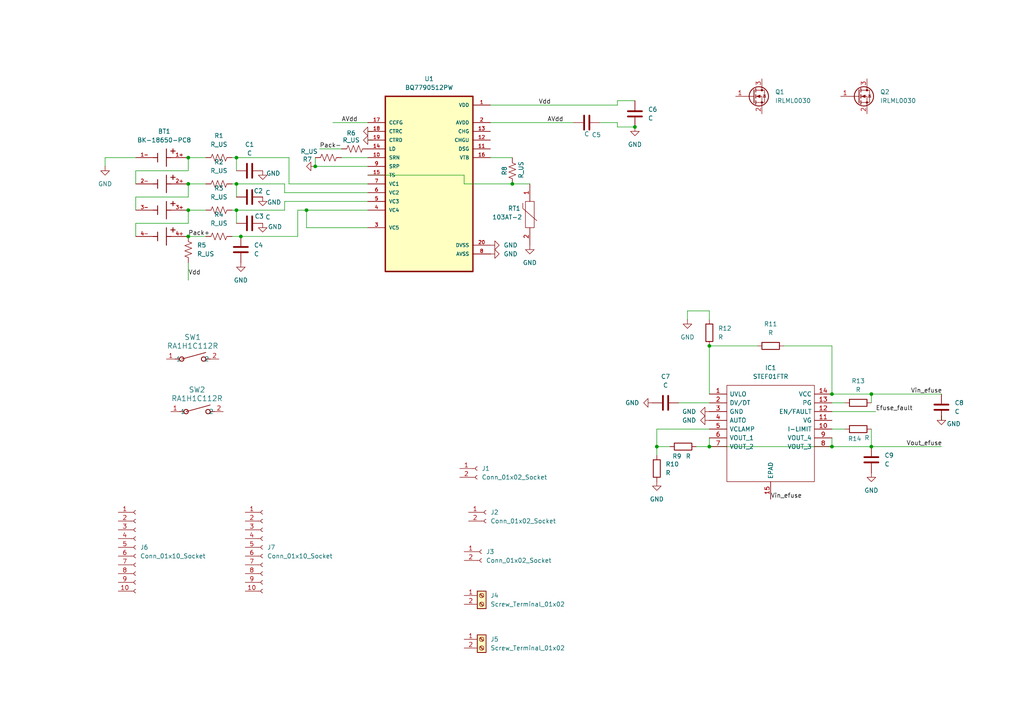
<source format=kicad_sch>
(kicad_sch (version 20250114) (generator "eeschema") (generator_version "9.0")
  (paper "A4")
  (lib_symbols
    (symbol "Connector:Conn_01x02_Socket" (pin_names (offset 1.016) (hide yes))
      (property "Reference" "J" (at 0 2.54 0))
      (property "Value" "Conn_01x02_Socket" (at 0 -5.08 0))
      (symbol "Conn_01x02_Socket_1_1"
        (polyline (pts (xy -1.27 0) (xy -0.508 0)) (stroke (width 0.1524)))
        (polyline (pts (xy -1.27 -2.54) (xy -0.508 -2.54)) (stroke (width 0.1524)))
        (arc (start 0 -0.508) (mid -0.5058 0) (end 0 0.508) (stroke (width 0.1524)))
        (arc (start 0 -3.048) (mid -0.5058 -2.54) (end 0 -2.032) (stroke (width 0.1524)))
        (pin passive line (at -5.08 0 0) (length 3.81) (name "Pin_1") (number "1"))
        (pin passive line (at -5.08 -2.54 0) (length 3.81) (name "Pin_2") (number "2"))
      )
    )
    (symbol "Connector:Conn_01x10_Socket" (pin_names (offset 1.016) (hide yes))
      (property "Reference" "J" (at 0 12.7 0))
      (property "Value" "Conn_01x10_Socket" (at 0 -15.24 0))
      (symbol "Conn_01x10_Socket_1_1"
        (polyline (pts (xy -1.27 10.16) (xy -0.508 10.16)) (stroke (width 0.1524)))
        (polyline (pts (xy -1.27 7.62) (xy -0.508 7.62)) (stroke (width 0.1524)))
        (polyline (pts (xy -1.27 5.08) (xy -0.508 5.08)) (stroke (width 0.1524)))
        (polyline (pts (xy -1.27 2.54) (xy -0.508 2.54)) (stroke (width 0.1524)))
        (polyline (pts (xy -1.27 0) (xy -0.508 0)) (stroke (width 0.1524)))
        (polyline (pts (xy -1.27 -2.54) (xy -0.508 -2.54)) (stroke (width 0.1524)))
        (polyline (pts (xy -1.27 -5.08) (xy -0.508 -5.08)) (stroke (width 0.1524)))
        (polyline (pts (xy -1.27 -7.62) (xy -0.508 -7.62)) (stroke (width 0.1524)))
        (polyline (pts (xy -1.27 -10.16) (xy -0.508 -10.16)) (stroke (width 0.1524)))
        (polyline (pts (xy -1.27 -12.7) (xy -0.508 -12.7)) (stroke (width 0.1524)))
        (arc (start 0 9.652) (mid -0.5058 10.16) (end 0 10.668) (stroke (width 0.1524)))
        (arc (start 0 7.112) (mid -0.5058 7.62) (end 0 8.128) (stroke (width 0.1524)))
        (arc (start 0 4.572) (mid -0.5058 5.08) (end 0 5.588) (stroke (width 0.1524)))
        (arc (start 0 2.032) (mid -0.5058 2.54) (end 0 3.048) (stroke (width 0.1524)))
        (arc (start 0 -0.508) (mid -0.5058 0) (end 0 0.508) (stroke (width 0.1524)))
        (arc (start 0 -3.048) (mid -0.5058 -2.54) (end 0 -2.032) (stroke (width 0.1524)))
        (arc (start 0 -5.588) (mid -0.5058 -5.08) (end 0 -4.572) (stroke (width 0.1524)))
        (arc (start 0 -8.128) (mid -0.5058 -7.62) (end 0 -7.112) (stroke (width 0.1524)))
        (arc (start 0 -10.668) (mid -0.5058 -10.16) (end 0 -9.652) (stroke (width 0.1524)))
        (arc (start 0 -13.208) (mid -0.5058 -12.7) (end 0 -12.192) (stroke (width 0.1524)))
        (pin passive line (at -5.08 10.16 0) (length 3.81) (name "Pin_1") (number "1"))
        (pin passive line (at -5.08 7.62 0) (length 3.81) (name "Pin_2") (number "2"))
        (pin passive line (at -5.08 5.08 0) (length 3.81) (name "Pin_3") (number "3"))
        (pin passive line (at -5.08 2.54 0) (length 3.81) (name "Pin_4") (number "4"))
        (pin passive line (at -5.08 0 0) (length 3.81) (name "Pin_5") (number "5"))
        (pin passive line (at -5.08 -2.54 0) (length 3.81) (name "Pin_6") (number "6"))
        (pin passive line (at -5.08 -5.08 0) (length 3.81) (name "Pin_7") (number "7"))
        (pin passive line (at -5.08 -7.62 0) (length 3.81) (name "Pin_8") (number "8"))
        (pin passive line (at -5.08 -10.16 0) (length 3.81) (name "Pin_9") (number "9"))
        (pin passive line (at -5.08 -12.7 0) (length 3.81) (name "Pin_10") (number "10"))
      )
    )
    (symbol "Connector:Screw_Terminal_01x02" (pin_names (offset 1.016) (hide yes))
      (property "Reference" "J" (at 0 2.54 0))
      (property "Value" "Screw_Terminal_01x02" (at 0 -5.08 0))
      (symbol "Screw_Terminal_01x02_1_1"
        (rectangle (start -1.27 1.27) (end 1.27 -3.81) (stroke (width 0.254)) (fill (type background)))
        (polyline (pts (xy -0.5334 0.3302) (xy 0.3302 -0.508)) (stroke (width 0.1524)))
        (polyline (pts (xy -0.5334 -2.2098) (xy 0.3302 -3.048)) (stroke (width 0.1524)))
        (polyline (pts (xy -0.3556 0.508) (xy 0.508 -0.3302)) (stroke (width 0.1524)))
        (polyline (pts (xy -0.3556 -2.032) (xy 0.508 -2.8702)) (stroke (width 0.1524)))
        (circle (center 0 0) (radius 0.635) (stroke (width 0.1524)))
        (circle (center 0 -2.54) (radius 0.635) (stroke (width 0.1524)))
        (pin passive line (at -5.08 0 0) (length 3.81) (name "Pin_1") (number "1"))
        (pin passive line (at -5.08 -2.54 0) (length 3.81) (name "Pin_2") (number "2"))
      )
    )
    (symbol "Device:C" (pin_numbers (hide yes)) (pin_names (offset 0.254))
      (property "Reference" "C" (at 0.635 2.54 0))
      (property "Value" "C" (at 0.635 -2.54 0))
      (symbol "C_0_1"
        (polyline (pts (xy -2.032 0.762) (xy 2.032 0.762)) (stroke (width 0.508)))
        (polyline (pts (xy -2.032 -0.762) (xy 2.032 -0.762)) (stroke (width 0.508)))
      )
      (symbol "C_1_1"
        (pin passive line (at 0 3.81 270) (length 2.794) (name "~") (number "1"))
        (pin passive line (at 0 -3.81 90) (length 2.794) (name "~") (number "2"))
      )
    )
    (symbol "Device:R" (pin_numbers (hide yes)) (pin_names (offset 0))
      (property "Reference" "R" (at 2.032 0 90))
      (property "Value" "R" (at 0 0 90))
      (symbol "R_0_1"
        (rectangle (start -1.016 -2.54) (end 1.016 2.54) (stroke (width 0.254)))
      )
      (symbol "R_1_1"
        (pin passive line (at 0 3.81 270) (length 1.27) (name "~") (number "1"))
        (pin passive line (at 0 -3.81 90) (length 1.27) (name "~") (number "2"))
      )
    )
    (symbol "Device:R_US" (pin_numbers (hide yes)) (pin_names (offset 0))
      (property "Reference" "R" (at 2.54 0 90))
      (property "Value" "R_US" (at -2.54 0 90))
      (symbol "R_US_0_1"
        (polyline (pts (xy 0 2.286) (xy 0 2.54)))
        (polyline (pts (xy 0 2.286) (xy 1.016 1.905) (xy 0 1.524) (xy -1.016 1.143) (xy 0 0.762)))
        (polyline (pts (xy 0 0.762) (xy 1.016 0.381) (xy 0 0) (xy -1.016 -0.381) (xy 0 -0.762)))
        (polyline (pts (xy 0 -0.762) (xy 1.016 -1.143) (xy 0 -1.524) (xy -1.016 -1.905) (xy 0 -2.286)))
        (polyline (pts (xy 0 -2.286) (xy 0 -2.54)))
      )
      (symbol "R_US_1_1"
        (pin passive line (at 0 3.81 270) (length 1.27) (name "~") (number "1"))
        (pin passive line (at 0 -3.81 90) (length 1.27) (name "~") (number "2"))
      )
    )
    (symbol "HPRsymbols:103AT-2" (pin_names (offset 0.762))
      (property "Reference" "RT" (at 13.97 6.35 0))
      (property "Value" "103AT-2" (at 13.97 3.81 0))
      (symbol "103AT-2_0_0"
        (pin passive line (at 0 0 0) (length 5.08) (name "~") (number "1"))
        (pin passive line (at 17.78 0 180) (length 5.08) (name "~") (number "2"))
      )
      (symbol "103AT-2_0_1"
        (polyline (pts (xy 5.08 1.27) (xy 12.7 1.27) (xy 12.7 -1.27) (xy 5.08 -1.27) (xy 5.08 1.27)) (stroke (width 0.1524)))
        (polyline (pts (xy 5.588 -2.032) (xy 7.112 -2.032) (xy 10.668 2.032)) (stroke (width 0.1524)))
      )
    )
    (symbol "HPRsymbols:BK-18650-PC8" (pin_names (offset 1.016))
      (property "Reference" "BT" (at -3.81 13.97 0))
      (property "Value" "BK-18650-PC8" (at -3.81 -17.78 0))
      (symbol "BK-18650-PC8_0_0"
        (polyline (pts (xy -3.81 12.065) (xy -2.54 12.065)) (stroke (width 0.254)))
        (polyline (pts (xy -3.81 4.445) (xy -2.54 4.445)) (stroke (width 0.254)))
        (polyline (pts (xy -3.81 -3.175) (xy -2.54 -3.175)) (stroke (width 0.254)))
        (polyline (pts (xy -3.81 -10.795) (xy -2.54 -10.795)) (stroke (width 0.254)))
        (polyline (pts (xy -3.175 12.7) (xy -3.175 11.43)) (stroke (width 0.254)))
        (polyline (pts (xy -3.175 5.08) (xy -3.175 3.81)) (stroke (width 0.254)))
        (polyline (pts (xy -3.175 -2.54) (xy -3.175 -3.81)) (stroke (width 0.254)))
        (polyline (pts (xy -3.175 -10.16) (xy -3.175 -11.43)) (stroke (width 0.254)))
        (polyline (pts (xy -1.27 12.7) (xy -1.27 10.16)) (stroke (width 0.254)))
        (polyline (pts (xy -1.27 10.16) (xy -2.54 10.16)) (stroke (width 0.254)))
        (polyline (pts (xy -1.27 10.16) (xy -1.27 7.62)) (stroke (width 0.254)))
        (polyline (pts (xy -1.27 5.08) (xy -1.27 2.54)) (stroke (width 0.254)))
        (polyline (pts (xy -1.27 2.54) (xy -2.54 2.54)) (stroke (width 0.254)))
        (polyline (pts (xy -1.27 2.54) (xy -1.27 0)) (stroke (width 0.254)))
        (polyline (pts (xy -1.27 -2.54) (xy -1.27 -5.08)) (stroke (width 0.254)))
        (polyline (pts (xy -1.27 -5.08) (xy -2.54 -5.08)) (stroke (width 0.254)))
        (polyline (pts (xy -1.27 -5.08) (xy -1.27 -7.62)) (stroke (width 0.254)))
        (polyline (pts (xy -1.27 -10.16) (xy -1.27 -15.24)) (stroke (width 0.254)))
        (polyline (pts (xy -1.27 -12.7) (xy -2.54 -12.7)) (stroke (width 0.254)))
        (polyline (pts (xy 1.27 11.43) (xy 1.27 8.89)) (stroke (width 0.254)))
        (polyline (pts (xy 1.27 10.16) (xy 2.54 10.16)) (stroke (width 0.254)))
        (polyline (pts (xy 1.27 3.81) (xy 1.27 1.27)) (stroke (width 0.254)))
        (polyline (pts (xy 1.27 2.54) (xy 2.54 2.54)) (stroke (width 0.254)))
        (polyline (pts (xy 1.27 -3.81) (xy 1.27 -6.35)) (stroke (width 0.254)))
        (polyline (pts (xy 1.27 -5.08) (xy 2.54 -5.08)) (stroke (width 0.254)))
        (polyline (pts (xy 1.27 -11.43) (xy 1.27 -13.97)) (stroke (width 0.254)))
        (polyline (pts (xy 1.27 -12.7) (xy 2.54 -12.7)) (stroke (width 0.254)))
        (pin passive line (at -7.62 10.16 0) (length 5.08) (name "~") (number "1+"))
        (pin passive line (at -7.62 2.54 0) (length 5.08) (name "~") (number "2+"))
        (pin passive line (at -7.62 -5.08 0) (length 5.08) (name "~") (number "3+"))
        (pin passive line (at -7.62 -12.7 0) (length 5.08) (name "~") (number "4+"))
        (pin passive line (at 7.62 10.16 180) (length 5.08) (name "~") (number "1-"))
        (pin passive line (at 7.62 2.54 180) (length 5.08) (name "~") (number "2-"))
        (pin passive line (at 7.62 -5.08 180) (length 5.08) (name "~") (number "3-"))
        (pin passive line (at 7.62 -12.7 180) (length 5.08) (name "~") (number "4-"))
      )
    )
    (symbol "HPRsymbols:BQ7790512PW" (pin_names (offset 1.016))
      (property "Reference" "U" (at -12.7 26.4 0))
      (property "Value" "BQ7790512PW" (at -12.7 -29.4 0))
      (symbol "BQ7790512PW_0_0"
        (rectangle (start -12.7 -25.4) (end 12.7 25.4) (stroke (width 0.41)) (fill (type background)))
        (pin input line (at -17.78 17.78 0) (length 5.08) (name "CCFG") (number "17"))
        (pin input line (at -17.78 15.24 0) (length 5.08) (name "CTRC") (number "18"))
        (pin input line (at -17.78 12.7 0) (length 5.08) (name "CTRD") (number "19"))
        (pin input line (at -17.78 10.16 0) (length 5.08) (name "LD") (number "14"))
        (pin input line (at -17.78 7.62 0) (length 5.08) (name "SRN") (number "10"))
        (pin input line (at -17.78 5.08 0) (length 5.08) (name "SRP") (number "9"))
        (pin input line (at -17.78 2.54 0) (length 5.08) (name "TS") (number "15"))
        (pin input line (at -17.78 0 0) (length 5.08) (name "VC1") (number "7"))
        (pin input line (at -17.78 -2.54 0) (length 5.08) (name "VC2") (number "6"))
        (pin input line (at -17.78 -5.08 0) (length 5.08) (name "VC3") (number "5"))
        (pin input line (at -17.78 -7.62 0) (length 5.08) (name "VC4") (number "4"))
        (pin bidirectional line (at -17.78 -12.7 0) (length 5.08) (name "VC5") (number "3"))
        (pin power_in line (at 17.78 22.86 180) (length 5.08) (name "VDD") (number "1"))
        (pin output line (at 17.78 17.78 180) (length 5.08) (name "AVDD") (number "2"))
        (pin output line (at 17.78 15.24 180) (length 5.08) (name "CHG") (number "13"))
        (pin output line (at 17.78 12.7 180) (length 5.08) (name "CHGU") (number "12"))
        (pin output line (at 17.78 10.16 180) (length 5.08) (name "DSG") (number "11"))
        (pin output line (at 17.78 7.62 180) (length 5.08) (name "VTB") (number "16"))
        (pin power_in line (at 17.78 -17.78 180) (length 5.08) (name "DVSS") (number "20"))
        (pin power_in line (at 17.78 -20.32 180) (length 5.08) (name "AVSS") (number "8"))
      )
    )
    (symbol "HPRsymbols:RA1H1C112R" (pin_names (offset 0.254))
      (property "Reference" "SW" (at 7.62 3.81 0))
      (property "Value" "RA1H1C112R" (at 0 0 0))
      (symbol "RA1H1C112R_0_1"
        (polyline (pts (xy 2.54 0) (xy 3.81 0)) (stroke (width 0.2032)))
        (polyline (pts (xy 4.445 0) (xy 11.43 1.905)) (stroke (width 0.2032)))
        (circle (center 4.445 0) (radius 0.635) (stroke (width 0.254)))
        (circle (center 10.795 0) (radius 0.635) (stroke (width 0.254)))
        (polyline (pts (xy 12.7 0) (xy 11.43 0)) (stroke (width 0.2032)))
        (pin unspecified line (at 0 0 0) (length 2.54) (name "1") (number "1"))
        (pin unspecified line (at 15.24 0 180) (length 2.54) (name "2") (number "2"))
      )
    )
    (symbol "HPRsymbols:STEF01FTR" (pin_names (offset 0.762))
      (property "Reference" "IC" (at 31.75 7.62 0))
      (property "Value" "STEF01FTR" (at 31.75 5.08 0))
      (symbol "STEF01FTR_0_0"
        (pin passive line (at 0 0 0) (length 5.08) (name "UVLO") (number "1"))
        (pin passive line (at 0 -2.54 0) (length 5.08) (name "DV/DT") (number "2"))
        (pin passive line (at 0 -5.08 0) (length 5.08) (name "GND") (number "3"))
        (pin passive line (at 0 -7.62 0) (length 5.08) (name "AUTO") (number "4"))
        (pin passive line (at 0 -10.16 0) (length 5.08) (name "VCLAMP") (number "5"))
        (pin passive line (at 0 -12.7 0) (length 5.08) (name "VOUT_1") (number "6"))
        (pin passive line (at 0 -15.24 0) (length 5.08) (name "VOUT_2") (number "7"))
        (pin passive line (at 17.78 -30.48 90) (length 5.08) (name "EPAD") (number "15"))
        (pin passive line (at 35.56 0 180) (length 5.08) (name "VCC") (number "14"))
        (pin passive line (at 35.56 -2.54 180) (length 5.08) (name "PG") (number "13"))
        (pin passive line (at 35.56 -5.08 180) (length 5.08) (name "EN/FAULT") (number "12"))
        (pin passive line (at 35.56 -7.62 180) (length 5.08) (name "VG") (number "11"))
        (pin passive line (at 35.56 -10.16 180) (length 5.08) (name "I-LIMIT") (number "10"))
        (pin passive line (at 35.56 -12.7 180) (length 5.08) (name "VOUT_4") (number "9"))
        (pin passive line (at 35.56 -15.24 180) (length 5.08) (name "VOUT_3") (number "8"))
      )
      (symbol "STEF01FTR_0_1"
        (polyline (pts (xy 5.08 2.54) (xy 30.48 2.54) (xy 30.48 -25.4) (xy 5.08 -25.4) (xy 5.08 2.54)) (stroke (width 0.1524)))
      )
    )
    (symbol "Transistor_FET:IRLML0030" (pin_names (offset 0) (hide yes))
      (property "Reference" "Q" (at 5.08 1.905 0))
      (property "Value" "IRLML0030" (at 5.08 0 0))
      (symbol "IRLML0030_0_1"
        (polyline (pts (xy 0.254 1.905) (xy 0.254 -1.905)) (stroke (width 0.254)))
        (polyline (pts (xy 0.254 0) (xy -2.54 0)))
        (polyline (pts (xy 0.762 2.286) (xy 0.762 1.27)) (stroke (width 0.254)))
        (polyline (pts (xy 0.762 0.508) (xy 0.762 -0.508)) (stroke (width 0.254)))
        (polyline (pts (xy 0.762 -1.27) (xy 0.762 -2.286)) (stroke (width 0.254)))
        (polyline (pts (xy 0.762 -1.778) (xy 3.302 -1.778) (xy 3.302 1.778) (xy 0.762 1.778)))
        (polyline (pts (xy 1.016 0) (xy 2.032 0.381) (xy 2.032 -0.381) (xy 1.016 0)) (fill (type outline)))
        (circle (center 1.651 0) (radius 2.794) (stroke (width 0.254)))
        (polyline (pts (xy 2.54 2.54) (xy 2.54 1.778)))
        (circle (center 2.54 1.778) (radius 0.254) (fill (type outline)))
        (circle (center 2.54 -1.778) (radius 0.254) (fill (type outline)))
        (polyline (pts (xy 2.54 -2.54) (xy 2.54 0) (xy 0.762 0)))
        (polyline (pts (xy 2.921 0.381) (xy 3.683 0.381)))
        (polyline (pts (xy 3.302 0.381) (xy 2.921 -0.254) (xy 3.683 -0.254) (xy 3.302 0.381)))
      )
      (symbol "IRLML0030_1_1"
        (pin input line (at -5.08 0 0) (length 2.54) (name "G") (number "1"))
        (pin passive line (at 2.54 5.08 270) (length 2.54) (name "D") (number "3"))
        (pin passive line (at 2.54 -5.08 90) (length 2.54) (name "S") (number "2"))
      )
    )
    (symbol "power:GND" (power) (pin_numbers (hide yes)) (pin_names (offset 0) (hide yes))
      (property "Value" "GND" (at 0 -3.81 0))
      (symbol "GND_0_1"
        (polyline (pts (xy 0 0) (xy 0 -1.27) (xy 1.27 -1.27) (xy 0 -2.54) (xy -1.27 -1.27) (xy 0 -1.27)))
      )
      (symbol "GND_1_1"
        (pin power_in line (at 0 0 270) (length 0) (name "~") (number "1"))
      )
    )
  )
  (junction (at 88.9 60.96))
  (junction (at 54.61 60.96))
  (junction (at 205.74 129.54))
  (junction (at 184.15 36.83))
  (junction (at 252.73 114.3))
  (junction (at 54.61 53.34))
  (junction (at 54.61 45.72))
  (junction (at 91.44 48.26))
  (junction (at 252.73 129.54))
  (junction (at 68.58 53.34))
  (junction (at 148.59 53.34))
  (junction (at 241.3 114.3))
  (junction (at 69.85 68.58))
  (junction (at 241.3 129.54))
  (junction (at 68.58 45.72))
  (junction (at 190.5 129.54))
  (junction (at 205.74 100.33))
  (junction (at 54.61 68.58))
  (junction (at 68.58 60.96))
  (wire (pts (xy 273.05 120.65) (xy 273.05 121.92)))
  (wire (pts (xy 54.61 53.34) (xy 59.69 53.34)))
  (wire (pts (xy 252.73 129.54) (xy 273.05 129.54)))
  (wire (pts (xy 54.61 68.58) (xy 59.69 68.58)))
  (wire (pts (xy 227.33 100.33) (xy 241.3 100.33)))
  (wire (pts (xy 190.5 129.54) (xy 190.5 124.46)))
  (wire (pts (xy 54.61 45.72) (xy 54.61 49.53)))
  (wire (pts (xy 205.74 90.17) (xy 205.74 92.71)))
  (wire (pts (xy 241.3 119.38) (xy 254 119.38)))
  (wire (pts (xy 67.31 53.34) (xy 68.58 53.34)))
  (wire (pts (xy 54.61 64.77) (xy 39.37 64.77)))
  (wire (pts (xy 173.99 35.56) (xy 179.07 35.56)))
  (wire (pts (xy 69.85 68.58) (xy 86.36 68.58)))
  (wire (pts (xy 134.62 53.34) (xy 148.59 53.34)))
  (wire (pts (xy 190.5 129.54) (xy 190.5 132.08)))
  (wire (pts (xy 54.61 45.72) (xy 59.69 45.72)))
  (wire (pts (xy 68.58 60.96) (xy 82.55 60.96)))
  (wire (pts (xy 252.73 114.3) (xy 241.3 114.3)))
  (wire (pts (xy 82.55 55.88) (xy 106.68 55.88)))
  (wire (pts (xy 142.24 45.72) (xy 148.59 45.72)))
  (wire (pts (xy 241.3 124.46) (xy 245.11 124.46)))
  (wire (pts (xy 201.93 129.54) (xy 205.74 129.54)))
  (wire (pts (xy 88.9 60.96) (xy 106.68 60.96)))
  (wire (pts (xy 91.44 45.72) (xy 91.44 48.26)))
  (wire (pts (xy 134.62 50.8) (xy 134.62 53.34)))
  (wire (pts (xy 205.74 127) (xy 205.74 129.54)))
  (wire (pts (xy 88.9 60.96) (xy 88.9 66.04)))
  (wire (pts (xy 30.48 48.26) (xy 30.48 45.72)))
  (wire (pts (xy 30.48 45.72) (xy 39.37 45.72)))
  (wire (pts (xy 142.24 30.48) (xy 179.07 30.48)))
  (wire (pts (xy 252.73 116.84) (xy 252.73 114.3)))
  (wire (pts (xy 68.58 45.72) (xy 68.58 49.53)))
  (wire (pts (xy 39.37 49.53) (xy 39.37 53.34)))
  (wire (pts (xy 241.3 116.84) (xy 245.11 116.84)))
  (wire (pts (xy 252.73 124.46) (xy 252.73 129.54)))
  (wire (pts (xy 241.3 127) (xy 241.3 129.54)))
  (wire (pts (xy 83.82 53.34) (xy 106.68 53.34)))
  (wire (pts (xy 252.73 114.3) (xy 273.05 114.3)))
  (wire (pts (xy 68.58 45.72) (xy 83.82 45.72)))
  (wire (pts (xy 153.67 53.34) (xy 148.59 53.34)))
  (wire (pts (xy 179.07 29.21) (xy 184.15 29.21)))
  (wire (pts (xy 69.85 68.58) (xy 67.31 68.58)))
  (wire (pts (xy 86.36 68.58) (xy 86.36 60.96)))
  (wire (pts (xy 68.58 64.77) (xy 68.58 60.96)))
  (wire (pts (xy 91.44 48.26) (xy 106.68 48.26)))
  (wire (pts (xy 82.55 58.42) (xy 106.68 58.42)))
  (wire (pts (xy 92.71 43.18) (xy 99.06 43.18)))
  (wire (pts (xy 99.06 45.72) (xy 106.68 45.72)))
  (wire (pts (xy 199.39 90.17) (xy 205.74 90.17)))
  (wire (pts (xy 205.74 100.33) (xy 219.71 100.33)))
  (wire (pts (xy 54.61 76.2) (xy 54.61 81.28)))
  (wire (pts (xy 179.07 35.56) (xy 179.07 36.83)))
  (wire (pts (xy 179.07 30.48) (xy 179.07 29.21)))
  (wire (pts (xy 67.31 60.96) (xy 68.58 60.96)))
  (wire (pts (xy 86.36 60.96) (xy 88.9 60.96)))
  (wire (pts (xy 199.39 90.17) (xy 199.39 92.71)))
  (wire (pts (xy 190.5 129.54) (xy 194.31 129.54)))
  (wire (pts (xy 142.24 35.56) (xy 166.37 35.56)))
  (wire (pts (xy 54.61 60.96) (xy 54.61 64.77)))
  (wire (pts (xy 82.55 60.96) (xy 82.55 58.42)))
  (wire (pts (xy 54.61 53.34) (xy 54.61 57.15)))
  (wire (pts (xy 88.9 66.04) (xy 106.68 66.04)))
  (wire (pts (xy 196.85 116.84) (xy 205.74 116.84)))
  (wire (pts (xy 83.82 45.72) (xy 83.82 53.34)))
  (wire (pts (xy 67.31 45.72) (xy 68.58 45.72)))
  (wire (pts (xy 241.3 100.33) (xy 241.3 114.3)))
  (wire (pts (xy 205.74 129.54) (xy 241.3 129.54)))
  (wire (pts (xy 107.95 40.64) (xy 106.68 40.64)))
  (wire (pts (xy 39.37 64.77) (xy 39.37 68.58)))
  (wire (pts (xy 54.61 49.53) (xy 39.37 49.53)))
  (wire (pts (xy 54.61 57.15) (xy 39.37 57.15)))
  (wire (pts (xy 190.5 124.46) (xy 205.74 124.46)))
  (wire (pts (xy 68.58 53.34) (xy 82.55 53.34)))
  (wire (pts (xy 39.37 57.15) (xy 39.37 60.96)))
  (wire (pts (xy 68.58 53.34) (xy 68.58 57.15)))
  (wire (pts (xy 106.68 50.8) (xy 134.62 50.8)))
  (wire (pts (xy 54.61 60.96) (xy 59.69 60.96)))
  (wire (pts (xy 205.74 100.33) (xy 205.74 114.3)))
  (wire (pts (xy 179.07 36.83) (xy 184.15 36.83)))
  (wire (pts (xy 252.73 129.54) (xy 241.3 129.54)))
  (wire (pts (xy 107.95 38.1) (xy 106.68 38.1)))
  (wire (pts (xy 96.52 35.56) (xy 106.68 35.56)))
  (wire (pts (xy 82.55 53.34) (xy 82.55 55.88)))
  (label "Pack-" (at 92.71 43.18 0))
  (label "Vout_efuse" (at 262.89 129.54 0))
  (label "AVdd" (at 99.06 35.56 0))
  (label "Vin_efuse" (at 223.52 144.78 0))
  (label "Vin_efuse" (at 264.16 114.3 0))
  (label "Pack+" (at 54.61 68.58 0))
  (label "Vdd" (at 156.21 30.48 0))
  (label "Efuse_fault" (at 254 119.38 0))
  (label "Vdd" (at 54.61 80.01 0))
  (label "AVdd" (at 158.75 35.56 0))
  (symbol (lib_id "HPRsymbols:STEF01FTR") (at 205.74 114.3 0) (unit 1)
    (property "Reference" "IC1" (at 223.52 106.68 0))
    (property "Value" "STEF01FTR" (at 223.52 109.22 0))
    (property "Footprint" "SOP65P640X120-15N" (effects (hide yes)))
    (property "Datasheet" "https://www.st.com/resource/en/datasheet/stef01.pdf" (effects (hide yes)))
    (property "Description" "Current & Power Monitors & Regulators 8 V to 48 V fully programmable universal electronic fuse" (effects (hide yes)))
    (property "Description_1" "Current & Power Monitors & Regulators 8 V to 48 V fully programmable universal electronic fuse" (effects (hide yes)))
    (property "Height" "1.2" (effects (hide yes)))
    (property "Manufacturer_Name" "STMicroelectronics" (effects (hide yes)))
    (property "Manufacturer_Part_Number" "STEF01FTR" (effects (hide yes)))
    (property "Mouser Part Number" "511-STEF01FTR" (effects (hide yes)))
    (property "Mouser Price/Stock" "https://www.mouser.co.uk/ProductDetail/STMicroelectronics/STEF01FTR?qs=1mbolxNpo8f07yCCrAeKcg%3D%3D" (effects (hide yes)))
    (property "Arrow Part Number" "STEF01FTR" (effects (hide yes)))
    (property "Arrow Price/Stock" "https://www.arrow.com/en/products/stef01ftr/stmicroelectronics?region=nac" (effects (hide yes)))
  )
  (symbol (lib_id "Device:C") (at 193.04 116.84 90) (unit 1)
    (property "Reference" "C7" (at 193.04 109.22 90))
    (property "Value" "C" (at 193.04 111.76 90))
    (property "Description" "Unpolarized capacitor" (effects (hide yes)))
  )
  (symbol (lib_id "Transistor_FET:IRLML0030") (at 248.92 27.94 0) (unit 1)
    (property "Reference" "Q2" (at 255.27 26.6699 0) (effects (justify left)))
    (property "Value" "IRLML0030" (at 255.27 29.2099 0) (effects (justify left)))
    (property "Footprint" "Package_TO_SOT_SMD:SOT-23" (effects (hide yes)))
    (property "Datasheet" "https://www.infineon.com/dgdl/irlml0030pbf.pdf?fileId=5546d462533600a401535664773825df" (effects (hide yes)))
    (property "Description" "5.3A Id, 30V Vds, 27mOhm Rds, N-Channel HEXFET Power MOSFET, SOT-23" (effects (hide yes)))
  )
  (symbol (lib_id "power:GND") (at 69.85 76.2 0) (unit 1)
    (property "Reference" "#PWR02" (effects (hide yes)))
    (property "Value" "GND" (at 69.85 81.28 0))
    (property "Description" "Power symbol creates a global label with name \"GND\" , ground" (effects (hide yes)))
  )
  (symbol (lib_id "power:GND") (at 107.95 38.1 270) (unit 1)
    (property "Reference" "#PWR07" (effects (hide yes)))
    (property "Value" "GND" (effects (hide yes)))
    (property "Description" "Power symbol creates a global label with name \"GND\" , ground" (effects (hide yes)))
  )
  (symbol (lib_id "Device:R_US") (at 63.5 68.58 90) (unit 1)
    (property "Reference" "R4" (at 63.5 62.23 90))
    (property "Value" "R_US" (at 63.5 64.77 90))
    (property "Description" "Resistor, US symbol" (effects (hide yes)))
  )
  (symbol (lib_id "power:GND") (at 76.2 49.53 0) (unit 1)
    (property "Reference" "#PWR05" (effects (hide yes)))
    (property "Value" "GND" (at 79.248 50.292 0))
    (property "Description" "Power symbol creates a global label with name \"GND\" , ground" (effects (hide yes)))
  )
  (symbol (lib_id "Device:R_US") (at 148.59 49.53 180) (unit 1)
    (property "Reference" "R8" (at 146.304 49.53 90))
    (property "Value" "R_US" (at 151.13 49.276 90))
    (property "Description" "Resistor, US symbol" (effects (hide yes)))
  )
  (symbol (lib_id "HPRsymbols:103AT-2") (at 153.67 53.34 270) (unit 1)
    (property "Reference" "RT1" (at 147.32 60.452 90) (effects (justify left)))
    (property "Value" "103AT-2" (at 142.748 62.992 90) (effects (justify left)))
    (property "Footprint" "103AT2" (effects (hide yes)))
    (property "Datasheet" "https://www.semitec-global.com/uploads/2022/01/P12-13-AT-Thermistor.pdf" (effects (hide yes)))
    (property "Description" "NTC (Negative Temperature Coefficient) Thermistors 10kohm 1%" (effects (hide yes)))
    (property "Description_1" "NTC (Negative Temperature Coefficient) Thermistors 10kohm 1%" (effects (hide yes)))
    (property "Height" "9.5" (effects (hide yes)))
    (property "Manufacturer_Name" "Semitec" (effects (hide yes)))
    (property "Manufacturer_Part_Number" "103AT-2" (effects (hide yes)))
    (property "Mouser Part Number" "954-103AT-2" (effects (hide yes)))
    (property "Mouser Price/Stock" "https://www.mouser.co.uk/ProductDetail/Semitec/103AT-2?qs=wgO0AD0o1vvcDzsKguD%252Bew%3D%3D" (effects (hide yes)))
  )
  (symbol (lib_id "power:GND") (at 189.23 116.84 270) (unit 1)
    (property "Reference" "#PWR014" (effects (hide yes)))
    (property "Value" "GND" (at 185.42 116.8399 90) (effects (justify right)))
    (property "Description" "Power symbol creates a global label with name \"GND\" , ground" (effects (hide yes)))
  )
  (symbol (lib_id "Device:R") (at 223.52 100.33 90) (unit 1)
    (property "Reference" "R11" (at 223.52 93.98 90))
    (property "Value" "R" (at 223.52 96.52 90))
    (property "Description" "Resistor" (effects (hide yes)))
  )
  (symbol (lib_id "Device:R_US") (at 63.5 60.96 90) (unit 1)
    (property "Reference" "R3" (at 63.5 54.61 90))
    (property "Value" "R_US" (at 63.5 57.15 90))
    (property "Description" "Resistor, US symbol" (effects (hide yes)))
  )
  (symbol (lib_id "HPRsymbols:BQ7790512PW") (at 124.46 53.34 0) (unit 1)
    (property "Reference" "U1" (at 124.46 22.86 0))
    (property "Value" "BQ7790512PW" (at 124.46 25.4 0))
    (property "Footprint" "BQ7790512PW:SOP65P640X120-20N" (effects (hide yes)))
  )
  (symbol (lib_id "power:GND") (at 205.74 121.92 270) (unit 1)
    (property "Reference" "#PWR017" (effects (hide yes)))
    (property "Value" "GND" (at 201.93 121.9199 90) (effects (justify right)))
    (property "Description" "Power symbol creates a global label with name \"GND\" , ground" (effects (hide yes)))
  )
  (symbol (lib_id "Device:R_US") (at 54.61 72.39 0) (unit 1)
    (property "Reference" "R5" (at 57.15 71.1199 0) (effects (justify left)))
    (property "Value" "R_US" (at 57.15 73.6599 0) (effects (justify left)))
    (property "Description" "Resistor, US symbol" (effects (hide yes)))
  )
  (symbol (lib_id "Transistor_FET:IRLML0030") (at 218.44 27.94 0) (unit 1)
    (property "Reference" "Q1" (at 224.79 26.6699 0) (effects (justify left)))
    (property "Value" "IRLML0030" (at 224.79 29.2099 0) (effects (justify left)))
    (property "Footprint" "Package_TO_SOT_SMD:SOT-23" (effects (hide yes)))
    (property "Datasheet" "https://www.infineon.com/dgdl/irlml0030pbf.pdf?fileId=5546d462533600a401535664773825df" (effects (hide yes)))
    (property "Description" "5.3A Id, 30V Vds, 27mOhm Rds, N-Channel HEXFET Power MOSFET, SOT-23" (effects (hide yes)))
  )
  (symbol (lib_id "Connector:Conn_01x02_Socket") (at 140.97 148.59 0) (unit 1)
    (property "Reference" "J2" (at 142.24 148.5899 0) (effects (justify left)))
    (property "Value" "Conn_01x02_Socket" (at 142.24 151.1299 0) (effects (justify left)))
    (property "Description" "Generic connector, single row, 01x02, script generated" (effects (hide yes)))
  )
  (symbol (lib_id "Device:C") (at 273.05 118.11 0) (unit 1)
    (property "Reference" "C8" (at 276.86 116.8399 0) (effects (justify left)))
    (property "Value" "C" (at 276.86 119.3799 0) (effects (justify left)))
    (property "Description" "Unpolarized capacitor" (effects (hide yes)))
  )
  (symbol (lib_id "power:GND") (at 153.67 71.12 0) (unit 1)
    (property "Reference" "#PWR012" (effects (hide yes)))
    (property "Value" "GND" (at 153.67 76.2 0))
    (property "Description" "Power symbol creates a global label with name \"GND\" , ground" (effects (hide yes)))
  )
  (symbol (lib_id "Device:C") (at 72.39 57.15 90) (unit 1)
    (property "Reference" "C2" (at 74.93 55.372 90))
    (property "Value" "C" (at 77.724 55.88 90))
    (property "Description" "Unpolarized capacitor" (effects (hide yes)))
  )
  (symbol (lib_id "Device:R_US") (at 63.5 53.34 90) (unit 1)
    (property "Reference" "R2" (at 63.5 46.99 90))
    (property "Value" "R_US" (at 63.5 49.53 90))
    (property "Description" "Resistor, US symbol" (effects (hide yes)))
  )
  (symbol (lib_id "power:GND") (at 76.2 64.77 0) (unit 1)
    (property "Reference" "#PWR03" (effects (hide yes)))
    (property "Value" "GND" (at 79.756 65.786 0))
    (property "Description" "Power symbol creates a global label with name \"GND\" , ground" (effects (hide yes)))
  )
  (symbol (lib_id "power:GND") (at 142.24 71.12 90) (unit 1)
    (property "Reference" "#PWR09" (effects (hide yes)))
    (property "Value" "GND" (at 146.05 71.1199 90) (effects (justify right)))
    (property "Description" "Power symbol creates a global label with name \"GND\" , ground" (effects (hide yes)))
  )
  (symbol (lib_id "power:GND") (at 184.15 36.83 0) (unit 1)
    (property "Reference" "#PWR06" (effects (hide yes)))
    (property "Value" "GND" (at 184.15 41.91 0))
    (property "Description" "Power symbol creates a global label with name \"GND\" , ground" (effects (hide yes)))
  )
  (symbol (lib_id "Connector:Conn_01x02_Socket") (at 138.43 135.89 0) (unit 1)
    (property "Reference" "J1" (at 139.7 135.8899 0) (effects (justify left)))
    (property "Value" "Conn_01x02_Socket" (at 139.7 138.4299 0) (effects (justify left)))
    (property "Description" "Generic connector, single row, 01x02, script generated" (effects (hide yes)))
  )
  (symbol (lib_id "power:GND") (at 199.39 92.71 0) (unit 1)
    (property "Reference" "#PWR019" (effects (hide yes)))
    (property "Value" "GND" (at 199.39 97.79 0))
    (property "Description" "Power symbol creates a global label with name \"GND\" , ground" (effects (hide yes)))
  )
  (symbol (lib_id "Device:R") (at 248.92 124.46 90) (unit 1)
    (property "Reference" "R14" (at 247.904 127.254 90))
    (property "Value" "R" (at 251.46 127 90))
    (property "Description" "Resistor" (effects (hide yes)))
  )
  (symbol (lib_id "Device:C") (at 72.39 49.53 90) (unit 1)
    (property "Reference" "C1" (at 72.39 41.91 90))
    (property "Value" "C" (at 72.39 44.45 90))
    (property "Description" "Unpolarized capacitor" (effects (hide yes)))
  )
  (symbol (lib_id "Connector:Screw_Terminal_01x02") (at 139.7 185.42 0) (unit 1)
    (property "Reference" "J5" (at 142.24 185.4199 0) (effects (justify left)))
    (property "Value" "Screw_Terminal_01x02" (at 142.24 187.9599 0) (effects (justify left)))
    (property "Description" "Generic screw terminal, single row, 01x02, script generated (kicad-library-utils/schlib/autogen/connector/)" (effects (hide yes)))
  )
  (symbol (lib_id "power:GND") (at 190.5 139.7 0) (unit 1)
    (property "Reference" "#PWR015" (effects (hide yes)))
    (property "Value" "GND" (at 190.5 144.78 0))
    (property "Description" "Power symbol creates a global label with name \"GND\" , ground" (effects (hide yes)))
  )
  (symbol (lib_id "HPRsymbols:BK-18650-PC8") (at 46.99 55.88 0) (mirror y) (unit 1)
    (property "Reference" "BT1" (at 47.625 38.1 0))
    (property "Value" "BK-18650-PC8" (at 47.625 40.64 0))
    (property "Footprint" "BK-18650-PC8:BAT_BK-18650-PC8" (effects (hide yes)))
    (property "PARTREV" "L" (effects (hide yes)))
    (property "STANDARD" "Manufacturer Recommendations" (effects (hide yes)))
    (property "MAXIMUM_PACKAGE_HEIGHT" "21.54 mm" (effects (hide yes)))
    (property "MANUFACTURER" "MPD" (effects (hide yes)))
  )
  (symbol (lib_id "Device:C") (at 184.15 33.02 180) (unit 1)
    (property "Reference" "C6" (at 187.96 31.7499 0) (effects (justify right)))
    (property "Value" "C" (at 187.96 34.2899 0) (effects (justify right)))
    (property "Description" "Unpolarized capacitor" (effects (hide yes)))
  )
  (symbol (lib_id "Device:C") (at 252.73 133.35 0) (unit 1)
    (property "Reference" "C9" (at 256.54 132.0799 0) (effects (justify left)))
    (property "Value" "C" (at 256.54 134.6199 0) (effects (justify left)))
    (property "Description" "Unpolarized capacitor" (effects (hide yes)))
  )
  (symbol (lib_id "Connector:Conn_01x10_Socket") (at 39.37 158.75 0) (unit 1)
    (property "Reference" "J6" (at 40.64 158.7499 0) (effects (justify left)))
    (property "Value" "Conn_01x10_Socket" (at 40.64 161.2899 0) (effects (justify left)))
    (property "Description" "Generic connector, single row, 01x10, script generated" (effects (hide yes)))
  )
  (symbol (lib_id "Device:R") (at 198.12 129.54 270) (unit 1)
    (property "Reference" "R9" (at 196.342 132.334 90))
    (property "Value" "R" (at 199.644 132.334 90))
    (property "Description" "Resistor" (effects (hide yes)))
  )
  (symbol (lib_id "Device:C") (at 170.18 35.56 90) (unit 1)
    (property "Reference" "C5" (at 172.974 39.116 90))
    (property "Value" "C" (at 170.18 38.862 90))
    (property "Description" "Unpolarized capacitor" (effects (hide yes)))
  )
  (symbol (lib_id "Device:R") (at 190.5 135.89 0) (unit 1)
    (property "Reference" "R10" (at 193.04 134.6199 0) (effects (justify left)))
    (property "Value" "R" (at 193.04 137.1599 0) (effects (justify left)))
    (property "Description" "Resistor" (effects (hide yes)))
  )
  (symbol (lib_id "Connector:Screw_Terminal_01x02") (at 139.7 172.72 0) (unit 1)
    (property "Reference" "J4" (at 142.24 172.7199 0) (effects (justify left)))
    (property "Value" "Screw_Terminal_01x02" (at 142.24 175.2599 0) (effects (justify left)))
    (property "Description" "Generic screw terminal, single row, 01x02, script generated (kicad-library-utils/schlib/autogen/connector/)" (effects (hide yes)))
  )
  (symbol (lib_id "power:GND") (at 76.2 57.15 0) (unit 1)
    (property "Reference" "#PWR04" (effects (hide yes)))
    (property "Value" "GND" (at 79.502 58.674 0))
    (property "Description" "Power symbol creates a global label with name \"GND\" , ground" (effects (hide yes)))
  )
  (symbol (lib_id "power:GND") (at 205.74 119.38 270) (unit 1)
    (property "Reference" "#PWR013" (effects (hide yes)))
    (property "Value" "GND" (at 201.93 119.3799 90) (effects (justify right)))
    (property "Description" "Power symbol creates a global label with name \"GND\" , ground" (effects (hide yes)))
  )
  (symbol (lib_id "power:GND") (at 30.48 48.26 0) (unit 1)
    (property "Reference" "#PWR01" (effects (hide yes)))
    (property "Value" "GND" (at 30.48 53.34 0))
    (property "Description" "Power symbol creates a global label with name \"GND\" , ground" (effects (hide yes)))
  )
  (symbol (lib_id "HPRsymbols:RA1H1C112R") (at 48.26 104.14 0) (unit 1)
    (property "Reference" "SW1" (at 55.88 97.79 0) (effects (font (size 1.524 1.524))))
    (property "Value" "RA1H1C112R" (at 55.88 100.33 0) (effects (font (size 1.524 1.524))))
    (property "Footprint" "SW_RA1H1C112R_EWI" (effects (hide yes)))
    (property "Datasheet" "RA1H1C112R" (effects (hide yes)))
  )
  (symbol (lib_id "power:GND") (at 252.73 137.16 0) (unit 1)
    (property "Reference" "#PWR018" (effects (hide yes)))
    (property "Value" "GND" (at 252.73 142.24 0))
    (property "Description" "Power symbol creates a global label with name \"GND\" , ground" (effects (hide yes)))
  )
  (symbol (lib_id "HPRsymbols:RA1H1C112R") (at 49.53 119.38 0) (unit 1)
    (property "Reference" "SW2" (at 57.15 113.03 0) (effects (font (size 1.524 1.524))))
    (property "Value" "RA1H1C112R" (at 57.15 115.57 0) (effects (font (size 1.524 1.524))))
    (property "Footprint" "SW_RA1H1C112R_EWI" (effects (hide yes)))
    (property "Datasheet" "RA1H1C112R" (effects (hide yes)))
  )
  (symbol (lib_id "Device:R_US") (at 63.5 45.72 90) (unit 1)
    (property "Reference" "R1" (at 63.5 39.37 90))
    (property "Value" "R_US" (at 63.5 41.91 90))
    (property "Description" "Resistor, US symbol" (effects (hide yes)))
  )
  (symbol (lib_id "Device:C") (at 69.85 72.39 0) (unit 1)
    (property "Reference" "C4" (at 73.66 71.1199 0) (effects (justify left)))
    (property "Value" "C" (at 73.66 73.6599 0) (effects (justify left)))
    (property "Description" "Unpolarized capacitor" (effects (hide yes)))
  )
  (symbol (lib_id "Device:R_US") (at 95.25 45.72 90) (unit 1)
    (property "Reference" "R7" (at 89.154 46.228 90))
    (property "Value" "R_US" (at 89.662 43.942 90))
    (property "Description" "Resistor, US symbol" (effects (hide yes)))
  )
  (symbol (lib_id "power:GND") (at 91.44 48.26 270) (unit 1)
    (property "Reference" "#PWR011" (effects (hide yes)))
    (property "Value" "GND" (effects (hide yes)))
    (property "Description" "Power symbol creates a global label with name \"GND\" , ground" (effects (hide yes)))
  )
  (symbol (lib_id "power:GND") (at 107.95 40.64 270) (unit 1)
    (property "Reference" "#PWR08" (effects (hide yes)))
    (property "Value" "GND" (effects (hide yes)))
    (property "Description" "Power symbol creates a global label with name \"GND\" , ground" (effects (hide yes)))
  )
  (symbol (lib_id "Connector:Conn_01x10_Socket") (at 76.2 158.75 0) (unit 1)
    (property "Reference" "J7" (at 77.47 158.7499 0) (effects (justify left)))
    (property "Value" "Conn_01x10_Socket" (at 77.47 161.2899 0) (effects (justify left)))
    (property "Description" "Generic connector, single row, 01x10, script generated" (effects (hide yes)))
  )
  (symbol (lib_id "Device:R") (at 248.92 116.84 90) (unit 1)
    (property "Reference" "R13" (at 248.92 110.49 90))
    (property "Value" "R" (at 248.92 113.03 90))
    (property "Description" "Resistor" (effects (hide yes)))
  )
  (symbol (lib_id "Connector:Conn_01x02_Socket") (at 139.7 160.02 0) (unit 1)
    (property "Reference" "J3" (at 140.97 160.0199 0) (effects (justify left)))
    (property "Value" "Conn_01x02_Socket" (at 140.97 162.5599 0) (effects (justify left)))
    (property "Description" "Generic connector, single row, 01x02, script generated" (effects (hide yes)))
  )
  (symbol (lib_id "power:GND") (at 142.24 73.66 90) (unit 1)
    (property "Reference" "#PWR010" (effects (hide yes)))
    (property "Value" "GND" (at 146.05 73.6599 90) (effects (justify right)))
    (property "Description" "Power symbol creates a global label with name \"GND\" , ground" (effects (hide yes)))
  )
  (symbol (lib_id "power:GND") (at 273.05 120.65 0) (unit 1)
    (property "Reference" "#PWR016" (effects (hide yes)))
    (property "Value" "GND" (at 276.606 122.936 0))
    (property "Description" "Power symbol creates a global label with name \"GND\" , ground" (effects (hide yes)))
  )
  (symbol (lib_id "Device:R") (at 205.74 96.52 180) (unit 1)
    (property "Reference" "R12" (at 208.28 95.2499 0) (effects (justify right)))
    (property "Value" "R" (at 208.28 97.7899 0) (effects (justify right)))
    (property "Description" "Resistor" (effects (hide yes)))
  )
  (symbol (lib_id "Device:C") (at 72.39 64.77 90) (unit 1)
    (property "Reference" "C3" (at 75.184 62.738 90))
    (property "Value" "C" (at 77.724 62.992 90))
    (property "Description" "Unpolarized capacitor" (effects (hide yes)))
  )
  (symbol (lib_id "Device:R_US") (at 102.87 43.18 90) (unit 1)
    (property "Reference" "R6" (at 101.854 38.608 90))
    (property "Value" "R_US" (at 101.854 40.64 90))
    (property "Description" "Resistor, US symbol" (effects (hide yes)))
  )
)
</source>
